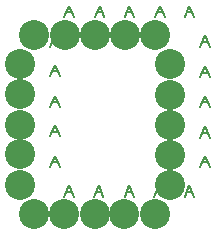
<source format=gbr>
%FSLAX33Y33*%
%MOMM*%
G04 EasyPC Gerber Version 15.0.4 Build 3016 *
%ADD24C,0.12700*%
%ADD23C,2.54000*%
X0Y0D02*
D02*
D23*
X18213Y19445D03*
Y22045D03*
Y24545D03*
Y27145D03*
Y29645D03*
X19413Y16945D03*
Y32145D03*
X21913Y16945D03*
X22013Y32145D03*
X24513Y16945D03*
Y32145D03*
X27013Y16945D03*
X27113Y32145D03*
X29613Y16945D03*
Y32145D03*
X30913Y19445D03*
Y21945D03*
Y24545D03*
Y27045D03*
Y29645D03*
D02*
D24*
X20753Y20953D02*
X21149Y21906D01*
X21546Y20953*
X20911Y21350D02*
X21388D01*
X20753Y23553D02*
X21149Y24506D01*
X21546Y23553*
X20911Y23950D02*
X21388D01*
X20753Y26053D02*
X21149Y27006D01*
X21546Y26053*
X20911Y26450D02*
X21388D01*
X20753Y28653D02*
X21149Y29606D01*
X21546Y28653*
X20911Y29050D02*
X21388D01*
X20753Y31153D02*
X21149Y32106D01*
X21546Y31153*
X20911Y31550D02*
X21388D01*
X21953Y18453D02*
X22349Y19406D01*
X22746Y18453*
X22111Y18850D02*
X22588D01*
X21953Y33653D02*
X22349Y34606D01*
X22746Y33653*
X22111Y34050D02*
X22588D01*
X24453Y18453D02*
X24849Y19406D01*
X25246Y18453*
X24611Y18850D02*
X25088D01*
X24553Y33653D02*
X24949Y34606D01*
X25346Y33653*
X24711Y34050D02*
X25188D01*
X27053Y18453D02*
X27449Y19406D01*
X27846Y18453*
X27211Y18850D02*
X27688D01*
X27053Y33653D02*
X27449Y34606D01*
X27846Y33653*
X27211Y34050D02*
X27688D01*
X29553Y18453D02*
X29949Y19406D01*
X30346Y18453*
X29711Y18850D02*
X30188D01*
X29653Y33653D02*
X30049Y34606D01*
X30446Y33653*
X29811Y34050D02*
X30288D01*
X32153Y18453D02*
X32549Y19406D01*
X32946Y18453*
X32311Y18850D02*
X32788D01*
X32153Y33653D02*
X32549Y34606D01*
X32946Y33653*
X32311Y34050D02*
X32788D01*
X33453Y20953D02*
X33849Y21906D01*
X34246Y20953*
X33611Y21350D02*
X34088D01*
X33453Y23453D02*
X33849Y24406D01*
X34246Y23453*
X33611Y23850D02*
X34088D01*
X33453Y26053D02*
X33849Y27006D01*
X34246Y26053*
X33611Y26450D02*
X34088D01*
X33453Y28553D02*
X33849Y29506D01*
X34246Y28553*
X33611Y28950D02*
X34088D01*
X33453Y31153D02*
X33849Y32106D01*
X34246Y31153*
X33611Y31550D02*
X34088D01*
X0Y0D02*
M02*

</source>
